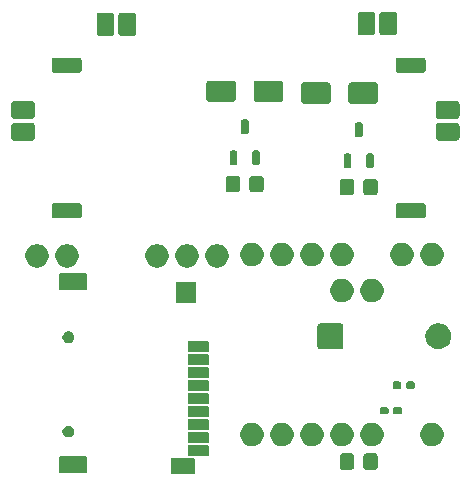
<source format=gbs>
G04 #@! TF.GenerationSoftware,KiCad,Pcbnew,9.0.5*
G04 #@! TF.CreationDate,2025-12-02T21:41:35+01:00*
G04 #@! TF.ProjectId,ToyBoard,546f7942-6f61-4726-942e-6b696361645f,rev?*
G04 #@! TF.SameCoordinates,Original*
G04 #@! TF.FileFunction,Soldermask,Bot*
G04 #@! TF.FilePolarity,Negative*
%FSLAX46Y46*%
G04 Gerber Fmt 4.6, Leading zero omitted, Abs format (unit mm)*
G04 Created by KiCad (PCBNEW 9.0.5) date 2025-12-02 21:41:35*
%MOMM*%
%LPD*%
G01*
G04 APERTURE LIST*
G04 APERTURE END LIST*
G36*
X133374634Y-131893764D02*
G01*
X133407725Y-131915875D01*
X133429836Y-131948966D01*
X133437600Y-131988000D01*
X133437600Y-133188000D01*
X133429836Y-133227034D01*
X133407725Y-133260125D01*
X133374634Y-133282236D01*
X133335600Y-133290000D01*
X131535600Y-133290000D01*
X131496566Y-133282236D01*
X131463475Y-133260125D01*
X131441364Y-133227034D01*
X131433600Y-133188000D01*
X131433600Y-131988000D01*
X131441364Y-131948966D01*
X131463475Y-131915875D01*
X131496566Y-131893764D01*
X131535600Y-131886000D01*
X133335600Y-131886000D01*
X133374634Y-131893764D01*
G37*
G36*
X124273034Y-131769764D02*
G01*
X124306125Y-131791875D01*
X124328236Y-131824966D01*
X124336000Y-131864000D01*
X124336000Y-133064000D01*
X124328236Y-133103034D01*
X124306125Y-133136125D01*
X124273034Y-133158236D01*
X124234000Y-133166000D01*
X122034000Y-133166000D01*
X121994966Y-133158236D01*
X121961875Y-133136125D01*
X121939764Y-133103034D01*
X121932000Y-133064000D01*
X121932000Y-131864000D01*
X121939764Y-131824966D01*
X121961875Y-131791875D01*
X121994966Y-131769764D01*
X122034000Y-131762000D01*
X124234000Y-131762000D01*
X124273034Y-131769764D01*
G37*
G36*
X146679850Y-131500964D02*
G01*
X146730040Y-131506787D01*
X146747189Y-131514359D01*
X146770671Y-131519030D01*
X146795810Y-131535827D01*
X146815696Y-131544608D01*
X146829277Y-131558189D01*
X146851777Y-131573223D01*
X146866810Y-131595722D01*
X146880391Y-131609303D01*
X146889170Y-131629186D01*
X146905970Y-131654329D01*
X146910641Y-131677812D01*
X146918212Y-131694959D01*
X146924033Y-131745139D01*
X146925000Y-131750000D01*
X146925000Y-132650000D01*
X146924032Y-132654863D01*
X146918212Y-132705040D01*
X146910641Y-132722185D01*
X146905970Y-132745671D01*
X146889169Y-132770815D01*
X146880391Y-132790696D01*
X146866812Y-132804274D01*
X146851777Y-132826777D01*
X146829274Y-132841812D01*
X146815696Y-132855391D01*
X146795815Y-132864169D01*
X146770671Y-132880970D01*
X146747185Y-132885641D01*
X146730040Y-132893212D01*
X146679861Y-132899032D01*
X146675000Y-132900000D01*
X145975000Y-132900000D01*
X145970138Y-132899032D01*
X145919959Y-132893212D01*
X145902812Y-132885641D01*
X145879329Y-132880970D01*
X145854186Y-132864170D01*
X145834303Y-132855391D01*
X145820722Y-132841810D01*
X145798223Y-132826777D01*
X145783189Y-132804277D01*
X145769608Y-132790696D01*
X145760827Y-132770810D01*
X145744030Y-132745671D01*
X145739359Y-132722189D01*
X145731787Y-132705040D01*
X145725964Y-132654849D01*
X145725000Y-132650000D01*
X145725000Y-131750000D01*
X145725964Y-131745150D01*
X145731787Y-131694959D01*
X145739359Y-131677808D01*
X145744030Y-131654329D01*
X145760826Y-131629191D01*
X145769608Y-131609303D01*
X145783191Y-131595719D01*
X145798223Y-131573223D01*
X145820719Y-131558191D01*
X145834303Y-131544608D01*
X145854191Y-131535826D01*
X145879329Y-131519030D01*
X145902808Y-131514359D01*
X145919959Y-131506787D01*
X145970151Y-131500964D01*
X145975000Y-131500000D01*
X146675000Y-131500000D01*
X146679850Y-131500964D01*
G37*
G36*
X148679850Y-131500964D02*
G01*
X148730040Y-131506787D01*
X148747189Y-131514359D01*
X148770671Y-131519030D01*
X148795810Y-131535827D01*
X148815696Y-131544608D01*
X148829277Y-131558189D01*
X148851777Y-131573223D01*
X148866810Y-131595722D01*
X148880391Y-131609303D01*
X148889170Y-131629186D01*
X148905970Y-131654329D01*
X148910641Y-131677812D01*
X148918212Y-131694959D01*
X148924033Y-131745139D01*
X148925000Y-131750000D01*
X148925000Y-132650000D01*
X148924032Y-132654863D01*
X148918212Y-132705040D01*
X148910641Y-132722185D01*
X148905970Y-132745671D01*
X148889169Y-132770815D01*
X148880391Y-132790696D01*
X148866812Y-132804274D01*
X148851777Y-132826777D01*
X148829274Y-132841812D01*
X148815696Y-132855391D01*
X148795815Y-132864169D01*
X148770671Y-132880970D01*
X148747185Y-132885641D01*
X148730040Y-132893212D01*
X148679861Y-132899032D01*
X148675000Y-132900000D01*
X147975000Y-132900000D01*
X147970138Y-132899032D01*
X147919959Y-132893212D01*
X147902812Y-132885641D01*
X147879329Y-132880970D01*
X147854186Y-132864170D01*
X147834303Y-132855391D01*
X147820722Y-132841810D01*
X147798223Y-132826777D01*
X147783189Y-132804277D01*
X147769608Y-132790696D01*
X147760827Y-132770810D01*
X147744030Y-132745671D01*
X147739359Y-132722189D01*
X147731787Y-132705040D01*
X147725964Y-132654849D01*
X147725000Y-132650000D01*
X147725000Y-131750000D01*
X147725964Y-131745150D01*
X147731787Y-131694959D01*
X147739359Y-131677808D01*
X147744030Y-131654329D01*
X147760826Y-131629191D01*
X147769608Y-131609303D01*
X147783191Y-131595719D01*
X147798223Y-131573223D01*
X147820719Y-131558191D01*
X147834303Y-131544608D01*
X147854191Y-131535826D01*
X147879329Y-131519030D01*
X147902808Y-131514359D01*
X147919959Y-131506787D01*
X147970151Y-131500964D01*
X147975000Y-131500000D01*
X148675000Y-131500000D01*
X148679850Y-131500964D01*
G37*
G36*
X134573034Y-130819764D02*
G01*
X134606125Y-130841875D01*
X134628236Y-130874966D01*
X134636000Y-130914000D01*
X134636000Y-131614000D01*
X134628236Y-131653034D01*
X134606125Y-131686125D01*
X134573034Y-131708236D01*
X134534000Y-131716000D01*
X132934000Y-131716000D01*
X132894966Y-131708236D01*
X132861875Y-131686125D01*
X132839764Y-131653034D01*
X132832000Y-131614000D01*
X132832000Y-130914000D01*
X132839764Y-130874966D01*
X132861875Y-130841875D01*
X132894966Y-130819764D01*
X132934000Y-130812000D01*
X134534000Y-130812000D01*
X134573034Y-130819764D01*
G37*
G36*
X138570285Y-128963060D02*
G01*
X138751397Y-129038079D01*
X138914393Y-129146990D01*
X139053010Y-129285607D01*
X139161921Y-129448603D01*
X139236940Y-129629715D01*
X139275185Y-129821983D01*
X139275185Y-130018017D01*
X139236940Y-130210285D01*
X139161921Y-130391397D01*
X139053010Y-130554393D01*
X138914393Y-130693010D01*
X138751397Y-130801921D01*
X138570285Y-130876940D01*
X138378017Y-130915185D01*
X138181983Y-130915185D01*
X137989715Y-130876940D01*
X137808603Y-130801921D01*
X137645607Y-130693010D01*
X137506990Y-130554393D01*
X137398079Y-130391397D01*
X137323060Y-130210285D01*
X137284815Y-130018017D01*
X137284815Y-129821983D01*
X137323060Y-129629715D01*
X137398079Y-129448603D01*
X137506990Y-129285607D01*
X137645607Y-129146990D01*
X137808603Y-129038079D01*
X137989715Y-128963060D01*
X138181983Y-128924815D01*
X138378017Y-128924815D01*
X138570285Y-128963060D01*
G37*
G36*
X141110285Y-128963060D02*
G01*
X141291397Y-129038079D01*
X141454393Y-129146990D01*
X141593010Y-129285607D01*
X141701921Y-129448603D01*
X141776940Y-129629715D01*
X141815185Y-129821983D01*
X141815185Y-130018017D01*
X141776940Y-130210285D01*
X141701921Y-130391397D01*
X141593010Y-130554393D01*
X141454393Y-130693010D01*
X141291397Y-130801921D01*
X141110285Y-130876940D01*
X140918017Y-130915185D01*
X140721983Y-130915185D01*
X140529715Y-130876940D01*
X140348603Y-130801921D01*
X140185607Y-130693010D01*
X140046990Y-130554393D01*
X139938079Y-130391397D01*
X139863060Y-130210285D01*
X139824815Y-130018017D01*
X139824815Y-129821983D01*
X139863060Y-129629715D01*
X139938079Y-129448603D01*
X140046990Y-129285607D01*
X140185607Y-129146990D01*
X140348603Y-129038079D01*
X140529715Y-128963060D01*
X140721983Y-128924815D01*
X140918017Y-128924815D01*
X141110285Y-128963060D01*
G37*
G36*
X143650285Y-128963060D02*
G01*
X143831397Y-129038079D01*
X143994393Y-129146990D01*
X144133010Y-129285607D01*
X144241921Y-129448603D01*
X144316940Y-129629715D01*
X144355185Y-129821983D01*
X144355185Y-130018017D01*
X144316940Y-130210285D01*
X144241921Y-130391397D01*
X144133010Y-130554393D01*
X143994393Y-130693010D01*
X143831397Y-130801921D01*
X143650285Y-130876940D01*
X143458017Y-130915185D01*
X143261983Y-130915185D01*
X143069715Y-130876940D01*
X142888603Y-130801921D01*
X142725607Y-130693010D01*
X142586990Y-130554393D01*
X142478079Y-130391397D01*
X142403060Y-130210285D01*
X142364815Y-130018017D01*
X142364815Y-129821983D01*
X142403060Y-129629715D01*
X142478079Y-129448603D01*
X142586990Y-129285607D01*
X142725607Y-129146990D01*
X142888603Y-129038079D01*
X143069715Y-128963060D01*
X143261983Y-128924815D01*
X143458017Y-128924815D01*
X143650285Y-128963060D01*
G37*
G36*
X146190285Y-128963060D02*
G01*
X146371397Y-129038079D01*
X146534393Y-129146990D01*
X146673010Y-129285607D01*
X146781921Y-129448603D01*
X146856940Y-129629715D01*
X146895185Y-129821983D01*
X146895185Y-130018017D01*
X146856940Y-130210285D01*
X146781921Y-130391397D01*
X146673010Y-130554393D01*
X146534393Y-130693010D01*
X146371397Y-130801921D01*
X146190285Y-130876940D01*
X145998017Y-130915185D01*
X145801983Y-130915185D01*
X145609715Y-130876940D01*
X145428603Y-130801921D01*
X145265607Y-130693010D01*
X145126990Y-130554393D01*
X145018079Y-130391397D01*
X144943060Y-130210285D01*
X144904815Y-130018017D01*
X144904815Y-129821983D01*
X144943060Y-129629715D01*
X145018079Y-129448603D01*
X145126990Y-129285607D01*
X145265607Y-129146990D01*
X145428603Y-129038079D01*
X145609715Y-128963060D01*
X145801983Y-128924815D01*
X145998017Y-128924815D01*
X146190285Y-128963060D01*
G37*
G36*
X148730285Y-128963060D02*
G01*
X148911397Y-129038079D01*
X149074393Y-129146990D01*
X149213010Y-129285607D01*
X149321921Y-129448603D01*
X149396940Y-129629715D01*
X149435185Y-129821983D01*
X149435185Y-130018017D01*
X149396940Y-130210285D01*
X149321921Y-130391397D01*
X149213010Y-130554393D01*
X149074393Y-130693010D01*
X148911397Y-130801921D01*
X148730285Y-130876940D01*
X148538017Y-130915185D01*
X148341983Y-130915185D01*
X148149715Y-130876940D01*
X147968603Y-130801921D01*
X147805607Y-130693010D01*
X147666990Y-130554393D01*
X147558079Y-130391397D01*
X147483060Y-130210285D01*
X147444815Y-130018017D01*
X147444815Y-129821983D01*
X147483060Y-129629715D01*
X147558079Y-129448603D01*
X147666990Y-129285607D01*
X147805607Y-129146990D01*
X147968603Y-129038079D01*
X148149715Y-128963060D01*
X148341983Y-128924815D01*
X148538017Y-128924815D01*
X148730285Y-128963060D01*
G37*
G36*
X153810285Y-128963060D02*
G01*
X153991397Y-129038079D01*
X154154393Y-129146990D01*
X154293010Y-129285607D01*
X154401921Y-129448603D01*
X154476940Y-129629715D01*
X154515185Y-129821983D01*
X154515185Y-130018017D01*
X154476940Y-130210285D01*
X154401921Y-130391397D01*
X154293010Y-130554393D01*
X154154393Y-130693010D01*
X153991397Y-130801921D01*
X153810285Y-130876940D01*
X153618017Y-130915185D01*
X153421983Y-130915185D01*
X153229715Y-130876940D01*
X153048603Y-130801921D01*
X152885607Y-130693010D01*
X152746990Y-130554393D01*
X152638079Y-130391397D01*
X152563060Y-130210285D01*
X152524815Y-130018017D01*
X152524815Y-129821983D01*
X152563060Y-129629715D01*
X152638079Y-129448603D01*
X152746990Y-129285607D01*
X152885607Y-129146990D01*
X153048603Y-129038079D01*
X153229715Y-128963060D01*
X153421983Y-128924815D01*
X153618017Y-128924815D01*
X153810285Y-128963060D01*
G37*
G36*
X134573034Y-129719764D02*
G01*
X134606125Y-129741875D01*
X134628236Y-129774966D01*
X134636000Y-129814000D01*
X134636000Y-130514000D01*
X134628236Y-130553034D01*
X134606125Y-130586125D01*
X134573034Y-130608236D01*
X134534000Y-130616000D01*
X132934000Y-130616000D01*
X132894966Y-130608236D01*
X132861875Y-130586125D01*
X132839764Y-130553034D01*
X132832000Y-130514000D01*
X132832000Y-129814000D01*
X132839764Y-129774966D01*
X132861875Y-129741875D01*
X132894966Y-129719764D01*
X132934000Y-129712000D01*
X134534000Y-129712000D01*
X134573034Y-129719764D01*
G37*
G36*
X122925342Y-129202060D02*
G01*
X123038381Y-129267323D01*
X123130677Y-129359619D01*
X123195940Y-129472658D01*
X123229722Y-129598737D01*
X123229722Y-129729263D01*
X123195940Y-129855342D01*
X123130677Y-129968381D01*
X123038381Y-130060677D01*
X122925342Y-130125940D01*
X122799263Y-130159722D01*
X122668737Y-130159722D01*
X122542658Y-130125940D01*
X122429619Y-130060677D01*
X122337323Y-129968381D01*
X122272060Y-129855342D01*
X122238278Y-129729263D01*
X122238278Y-129598737D01*
X122272060Y-129472658D01*
X122337323Y-129359619D01*
X122429619Y-129267323D01*
X122542658Y-129202060D01*
X122668737Y-129168278D01*
X122799263Y-129168278D01*
X122925342Y-129202060D01*
G37*
G36*
X134573034Y-128619764D02*
G01*
X134606125Y-128641875D01*
X134628236Y-128674966D01*
X134636000Y-128714000D01*
X134636000Y-129414000D01*
X134628236Y-129453034D01*
X134606125Y-129486125D01*
X134573034Y-129508236D01*
X134534000Y-129516000D01*
X132934000Y-129516000D01*
X132894966Y-129508236D01*
X132861875Y-129486125D01*
X132839764Y-129453034D01*
X132832000Y-129414000D01*
X132832000Y-128714000D01*
X132839764Y-128674966D01*
X132861875Y-128641875D01*
X132894966Y-128619764D01*
X132934000Y-128612000D01*
X134534000Y-128612000D01*
X134573034Y-128619764D01*
G37*
G36*
X134573034Y-127519764D02*
G01*
X134606125Y-127541875D01*
X134628236Y-127574966D01*
X134636000Y-127614000D01*
X134636000Y-128314000D01*
X134628236Y-128353034D01*
X134606125Y-128386125D01*
X134573034Y-128408236D01*
X134534000Y-128416000D01*
X132934000Y-128416000D01*
X132894966Y-128408236D01*
X132861875Y-128386125D01*
X132839764Y-128353034D01*
X132832000Y-128314000D01*
X132832000Y-127614000D01*
X132839764Y-127574966D01*
X132861875Y-127541875D01*
X132894966Y-127519764D01*
X132934000Y-127512000D01*
X134534000Y-127512000D01*
X134573034Y-127519764D01*
G37*
G36*
X149754316Y-127601799D02*
G01*
X149804602Y-127635398D01*
X149838201Y-127685684D01*
X149850000Y-127745000D01*
X149850000Y-128055000D01*
X149838201Y-128114316D01*
X149804602Y-128164602D01*
X149754316Y-128198201D01*
X149695000Y-128210000D01*
X149270000Y-128210000D01*
X149210684Y-128198201D01*
X149160398Y-128164602D01*
X149126799Y-128114316D01*
X149115000Y-128055000D01*
X149115000Y-127745000D01*
X149126799Y-127685684D01*
X149160398Y-127635398D01*
X149210684Y-127601799D01*
X149270000Y-127590000D01*
X149695000Y-127590000D01*
X149754316Y-127601799D01*
G37*
G36*
X150889316Y-127601799D02*
G01*
X150939602Y-127635398D01*
X150973201Y-127685684D01*
X150985000Y-127745000D01*
X150985000Y-128055000D01*
X150973201Y-128114316D01*
X150939602Y-128164602D01*
X150889316Y-128198201D01*
X150830000Y-128210000D01*
X150405000Y-128210000D01*
X150345684Y-128198201D01*
X150295398Y-128164602D01*
X150261799Y-128114316D01*
X150250000Y-128055000D01*
X150250000Y-127745000D01*
X150261799Y-127685684D01*
X150295398Y-127635398D01*
X150345684Y-127601799D01*
X150405000Y-127590000D01*
X150830000Y-127590000D01*
X150889316Y-127601799D01*
G37*
G36*
X134573034Y-126419764D02*
G01*
X134606125Y-126441875D01*
X134628236Y-126474966D01*
X134636000Y-126514000D01*
X134636000Y-127214000D01*
X134628236Y-127253034D01*
X134606125Y-127286125D01*
X134573034Y-127308236D01*
X134534000Y-127316000D01*
X132934000Y-127316000D01*
X132894966Y-127308236D01*
X132861875Y-127286125D01*
X132839764Y-127253034D01*
X132832000Y-127214000D01*
X132832000Y-126514000D01*
X132839764Y-126474966D01*
X132861875Y-126441875D01*
X132894966Y-126419764D01*
X132934000Y-126412000D01*
X134534000Y-126412000D01*
X134573034Y-126419764D01*
G37*
G36*
X134573034Y-125319764D02*
G01*
X134606125Y-125341875D01*
X134628236Y-125374966D01*
X134636000Y-125414000D01*
X134636000Y-126114000D01*
X134628236Y-126153034D01*
X134606125Y-126186125D01*
X134573034Y-126208236D01*
X134534000Y-126216000D01*
X132934000Y-126216000D01*
X132894966Y-126208236D01*
X132861875Y-126186125D01*
X132839764Y-126153034D01*
X132832000Y-126114000D01*
X132832000Y-125414000D01*
X132839764Y-125374966D01*
X132861875Y-125341875D01*
X132894966Y-125319764D01*
X132934000Y-125312000D01*
X134534000Y-125312000D01*
X134573034Y-125319764D01*
G37*
G36*
X150834316Y-125431799D02*
G01*
X150884602Y-125465398D01*
X150918201Y-125515684D01*
X150930000Y-125575000D01*
X150930000Y-125885000D01*
X150918201Y-125944316D01*
X150884602Y-125994602D01*
X150834316Y-126028201D01*
X150775000Y-126040000D01*
X150350000Y-126040000D01*
X150290684Y-126028201D01*
X150240398Y-125994602D01*
X150206799Y-125944316D01*
X150195000Y-125885000D01*
X150195000Y-125575000D01*
X150206799Y-125515684D01*
X150240398Y-125465398D01*
X150290684Y-125431799D01*
X150350000Y-125420000D01*
X150775000Y-125420000D01*
X150834316Y-125431799D01*
G37*
G36*
X151969316Y-125431799D02*
G01*
X152019602Y-125465398D01*
X152053201Y-125515684D01*
X152065000Y-125575000D01*
X152065000Y-125885000D01*
X152053201Y-125944316D01*
X152019602Y-125994602D01*
X151969316Y-126028201D01*
X151910000Y-126040000D01*
X151485000Y-126040000D01*
X151425684Y-126028201D01*
X151375398Y-125994602D01*
X151341799Y-125944316D01*
X151330000Y-125885000D01*
X151330000Y-125575000D01*
X151341799Y-125515684D01*
X151375398Y-125465398D01*
X151425684Y-125431799D01*
X151485000Y-125420000D01*
X151910000Y-125420000D01*
X151969316Y-125431799D01*
G37*
G36*
X134573034Y-124219764D02*
G01*
X134606125Y-124241875D01*
X134628236Y-124274966D01*
X134636000Y-124314000D01*
X134636000Y-125014000D01*
X134628236Y-125053034D01*
X134606125Y-125086125D01*
X134573034Y-125108236D01*
X134534000Y-125116000D01*
X132934000Y-125116000D01*
X132894966Y-125108236D01*
X132861875Y-125086125D01*
X132839764Y-125053034D01*
X132832000Y-125014000D01*
X132832000Y-124314000D01*
X132839764Y-124274966D01*
X132861875Y-124241875D01*
X132894966Y-124219764D01*
X132934000Y-124212000D01*
X134534000Y-124212000D01*
X134573034Y-124219764D01*
G37*
G36*
X134573034Y-123119764D02*
G01*
X134606125Y-123141875D01*
X134628236Y-123174966D01*
X134636000Y-123214000D01*
X134636000Y-123914000D01*
X134628236Y-123953034D01*
X134606125Y-123986125D01*
X134573034Y-124008236D01*
X134534000Y-124016000D01*
X132934000Y-124016000D01*
X132894966Y-124008236D01*
X132861875Y-123986125D01*
X132839764Y-123953034D01*
X132832000Y-123914000D01*
X132832000Y-123214000D01*
X132839764Y-123174966D01*
X132861875Y-123141875D01*
X132894966Y-123119764D01*
X132934000Y-123112000D01*
X134534000Y-123112000D01*
X134573034Y-123119764D01*
G37*
G36*
X134573034Y-122019764D02*
G01*
X134606125Y-122041875D01*
X134628236Y-122074966D01*
X134636000Y-122114000D01*
X134636000Y-122814000D01*
X134628236Y-122853034D01*
X134606125Y-122886125D01*
X134573034Y-122908236D01*
X134534000Y-122916000D01*
X132934000Y-122916000D01*
X132894966Y-122908236D01*
X132861875Y-122886125D01*
X132839764Y-122853034D01*
X132832000Y-122814000D01*
X132832000Y-122114000D01*
X132839764Y-122074966D01*
X132861875Y-122041875D01*
X132894966Y-122019764D01*
X132934000Y-122012000D01*
X134534000Y-122012000D01*
X134573034Y-122019764D01*
G37*
G36*
X145782850Y-120500964D02*
G01*
X145833041Y-120506787D01*
X145850191Y-120514359D01*
X145873671Y-120519030D01*
X145898806Y-120535825D01*
X145918696Y-120544607D01*
X145932280Y-120558191D01*
X145954777Y-120573223D01*
X145969808Y-120595719D01*
X145983392Y-120609303D01*
X145992173Y-120629190D01*
X146008970Y-120654329D01*
X146013640Y-120677809D01*
X146021212Y-120694958D01*
X146027036Y-120745161D01*
X146027999Y-120750000D01*
X146027999Y-120753456D01*
X146028000Y-120753465D01*
X146028000Y-121686291D01*
X146028000Y-122450001D01*
X146027034Y-122454853D01*
X146021212Y-122505041D01*
X146013641Y-122522187D01*
X146008970Y-122545671D01*
X145992171Y-122570811D01*
X145983392Y-122590696D01*
X145969810Y-122604277D01*
X145954777Y-122626777D01*
X145932277Y-122641810D01*
X145918696Y-122655392D01*
X145898811Y-122664171D01*
X145873671Y-122680970D01*
X145850188Y-122685640D01*
X145833041Y-122693212D01*
X145782838Y-122699036D01*
X145778000Y-122699999D01*
X145774543Y-122699999D01*
X145774535Y-122700000D01*
X144081465Y-122700000D01*
X144081464Y-122699999D01*
X144077999Y-122700000D01*
X144073147Y-122699035D01*
X144022958Y-122693212D01*
X144005810Y-122685640D01*
X143982329Y-122680970D01*
X143957190Y-122664173D01*
X143937303Y-122655392D01*
X143923719Y-122641808D01*
X143901223Y-122626777D01*
X143886191Y-122604280D01*
X143872607Y-122590696D01*
X143863825Y-122570806D01*
X143847030Y-122545671D01*
X143842360Y-122522192D01*
X143834787Y-122505041D01*
X143828963Y-122454838D01*
X143828001Y-122450000D01*
X143828000Y-122446542D01*
X143828000Y-122446534D01*
X143828000Y-120753465D01*
X143828000Y-120753464D01*
X143828000Y-120749999D01*
X143828964Y-120745149D01*
X143834787Y-120694958D01*
X143842359Y-120677806D01*
X143847030Y-120654329D01*
X143863823Y-120629194D01*
X143872607Y-120609303D01*
X143886193Y-120595716D01*
X143901223Y-120573223D01*
X143923716Y-120558193D01*
X143937303Y-120544607D01*
X143957194Y-120535823D01*
X143982329Y-120519030D01*
X144005805Y-120514360D01*
X144022958Y-120506787D01*
X144073163Y-120500963D01*
X144078000Y-120500001D01*
X144081456Y-120500000D01*
X144081465Y-120500000D01*
X145774535Y-120500000D01*
X145778001Y-120500000D01*
X145782850Y-120500964D01*
G37*
G36*
X154328790Y-120530393D02*
G01*
X154492952Y-120583733D01*
X154646748Y-120662096D01*
X154786393Y-120763553D01*
X154908447Y-120885607D01*
X155009904Y-121025252D01*
X155088267Y-121179048D01*
X155141607Y-121343210D01*
X155168609Y-121513695D01*
X155168609Y-121686305D01*
X155141607Y-121856790D01*
X155088267Y-122020952D01*
X155009904Y-122174748D01*
X154908447Y-122314393D01*
X154786393Y-122436447D01*
X154646748Y-122537904D01*
X154492952Y-122616267D01*
X154328790Y-122669607D01*
X154158305Y-122696609D01*
X153985695Y-122696609D01*
X153815210Y-122669607D01*
X153651048Y-122616267D01*
X153497252Y-122537904D01*
X153357607Y-122436447D01*
X153235553Y-122314393D01*
X153134096Y-122174748D01*
X153055733Y-122020952D01*
X153002393Y-121856790D01*
X152975391Y-121686305D01*
X152975391Y-121513695D01*
X153002393Y-121343210D01*
X153055733Y-121179048D01*
X153134096Y-121025252D01*
X153235553Y-120885607D01*
X153357607Y-120763553D01*
X153497252Y-120662096D01*
X153651048Y-120583733D01*
X153815210Y-120530393D01*
X153985695Y-120503391D01*
X154158305Y-120503391D01*
X154328790Y-120530393D01*
G37*
G36*
X122925342Y-121202060D02*
G01*
X123038381Y-121267323D01*
X123130677Y-121359619D01*
X123195940Y-121472658D01*
X123229722Y-121598737D01*
X123229722Y-121729263D01*
X123195940Y-121855342D01*
X123130677Y-121968381D01*
X123038381Y-122060677D01*
X122925342Y-122125940D01*
X122799263Y-122159722D01*
X122668737Y-122159722D01*
X122542658Y-122125940D01*
X122429619Y-122060677D01*
X122337323Y-121968381D01*
X122272060Y-121855342D01*
X122238278Y-121729263D01*
X122238278Y-121598737D01*
X122272060Y-121472658D01*
X122337323Y-121359619D01*
X122429619Y-121267323D01*
X122542658Y-121202060D01*
X122668737Y-121168278D01*
X122799263Y-121168278D01*
X122925342Y-121202060D01*
G37*
G36*
X133473034Y-116969764D02*
G01*
X133506125Y-116991875D01*
X133528236Y-117024966D01*
X133536000Y-117064000D01*
X133536000Y-118664000D01*
X133528236Y-118703034D01*
X133506125Y-118736125D01*
X133473034Y-118758236D01*
X133434000Y-118766000D01*
X131934000Y-118766000D01*
X131894966Y-118758236D01*
X131861875Y-118736125D01*
X131839764Y-118703034D01*
X131832000Y-118664000D01*
X131832000Y-117064000D01*
X131839764Y-117024966D01*
X131861875Y-116991875D01*
X131894966Y-116969764D01*
X131934000Y-116962000D01*
X133434000Y-116962000D01*
X133473034Y-116969764D01*
G37*
G36*
X146190285Y-116771060D02*
G01*
X146371397Y-116846079D01*
X146534393Y-116954990D01*
X146673010Y-117093607D01*
X146781921Y-117256603D01*
X146856940Y-117437715D01*
X146895185Y-117629983D01*
X146895185Y-117826017D01*
X146856940Y-118018285D01*
X146781921Y-118199397D01*
X146673010Y-118362393D01*
X146534393Y-118501010D01*
X146371397Y-118609921D01*
X146190285Y-118684940D01*
X145998017Y-118723185D01*
X145801983Y-118723185D01*
X145609715Y-118684940D01*
X145428603Y-118609921D01*
X145265607Y-118501010D01*
X145126990Y-118362393D01*
X145018079Y-118199397D01*
X144943060Y-118018285D01*
X144904815Y-117826017D01*
X144904815Y-117629983D01*
X144943060Y-117437715D01*
X145018079Y-117256603D01*
X145126990Y-117093607D01*
X145265607Y-116954990D01*
X145428603Y-116846079D01*
X145609715Y-116771060D01*
X145801983Y-116732815D01*
X145998017Y-116732815D01*
X146190285Y-116771060D01*
G37*
G36*
X148730285Y-116771060D02*
G01*
X148911397Y-116846079D01*
X149074393Y-116954990D01*
X149213010Y-117093607D01*
X149321921Y-117256603D01*
X149396940Y-117437715D01*
X149435185Y-117629983D01*
X149435185Y-117826017D01*
X149396940Y-118018285D01*
X149321921Y-118199397D01*
X149213010Y-118362393D01*
X149074393Y-118501010D01*
X148911397Y-118609921D01*
X148730285Y-118684940D01*
X148538017Y-118723185D01*
X148341983Y-118723185D01*
X148149715Y-118684940D01*
X147968603Y-118609921D01*
X147805607Y-118501010D01*
X147666990Y-118362393D01*
X147558079Y-118199397D01*
X147483060Y-118018285D01*
X147444815Y-117826017D01*
X147444815Y-117629983D01*
X147483060Y-117437715D01*
X147558079Y-117256603D01*
X147666990Y-117093607D01*
X147805607Y-116954990D01*
X147968603Y-116846079D01*
X148149715Y-116771060D01*
X148341983Y-116732815D01*
X148538017Y-116732815D01*
X148730285Y-116771060D01*
G37*
G36*
X124273034Y-116269764D02*
G01*
X124306125Y-116291875D01*
X124328236Y-116324966D01*
X124336000Y-116364000D01*
X124336000Y-117564000D01*
X124328236Y-117603034D01*
X124306125Y-117636125D01*
X124273034Y-117658236D01*
X124234000Y-117666000D01*
X122034000Y-117666000D01*
X121994966Y-117658236D01*
X121961875Y-117636125D01*
X121939764Y-117603034D01*
X121932000Y-117564000D01*
X121932000Y-116364000D01*
X121939764Y-116324966D01*
X121961875Y-116291875D01*
X121994966Y-116269764D01*
X122034000Y-116262000D01*
X124234000Y-116262000D01*
X124273034Y-116269764D01*
G37*
G36*
X120370285Y-113823060D02*
G01*
X120551397Y-113898079D01*
X120714393Y-114006990D01*
X120853010Y-114145607D01*
X120961921Y-114308603D01*
X121036940Y-114489715D01*
X121075185Y-114681983D01*
X121075185Y-114878017D01*
X121036940Y-115070285D01*
X120961921Y-115251397D01*
X120853010Y-115414393D01*
X120714393Y-115553010D01*
X120551397Y-115661921D01*
X120370285Y-115736940D01*
X120178017Y-115775185D01*
X119981983Y-115775185D01*
X119789715Y-115736940D01*
X119608603Y-115661921D01*
X119445607Y-115553010D01*
X119306990Y-115414393D01*
X119198079Y-115251397D01*
X119123060Y-115070285D01*
X119084815Y-114878017D01*
X119084815Y-114681983D01*
X119123060Y-114489715D01*
X119198079Y-114308603D01*
X119306990Y-114145607D01*
X119445607Y-114006990D01*
X119608603Y-113898079D01*
X119789715Y-113823060D01*
X119981983Y-113784815D01*
X120178017Y-113784815D01*
X120370285Y-113823060D01*
G37*
G36*
X122910285Y-113823060D02*
G01*
X123091397Y-113898079D01*
X123254393Y-114006990D01*
X123393010Y-114145607D01*
X123501921Y-114308603D01*
X123576940Y-114489715D01*
X123615185Y-114681983D01*
X123615185Y-114878017D01*
X123576940Y-115070285D01*
X123501921Y-115251397D01*
X123393010Y-115414393D01*
X123254393Y-115553010D01*
X123091397Y-115661921D01*
X122910285Y-115736940D01*
X122718017Y-115775185D01*
X122521983Y-115775185D01*
X122329715Y-115736940D01*
X122148603Y-115661921D01*
X121985607Y-115553010D01*
X121846990Y-115414393D01*
X121738079Y-115251397D01*
X121663060Y-115070285D01*
X121624815Y-114878017D01*
X121624815Y-114681983D01*
X121663060Y-114489715D01*
X121738079Y-114308603D01*
X121846990Y-114145607D01*
X121985607Y-114006990D01*
X122148603Y-113898079D01*
X122329715Y-113823060D01*
X122521983Y-113784815D01*
X122718017Y-113784815D01*
X122910285Y-113823060D01*
G37*
G36*
X130530285Y-113823060D02*
G01*
X130711397Y-113898079D01*
X130874393Y-114006990D01*
X131013010Y-114145607D01*
X131121921Y-114308603D01*
X131196940Y-114489715D01*
X131235185Y-114681983D01*
X131235185Y-114878017D01*
X131196940Y-115070285D01*
X131121921Y-115251397D01*
X131013010Y-115414393D01*
X130874393Y-115553010D01*
X130711397Y-115661921D01*
X130530285Y-115736940D01*
X130338017Y-115775185D01*
X130141983Y-115775185D01*
X129949715Y-115736940D01*
X129768603Y-115661921D01*
X129605607Y-115553010D01*
X129466990Y-115414393D01*
X129358079Y-115251397D01*
X129283060Y-115070285D01*
X129244815Y-114878017D01*
X129244815Y-114681983D01*
X129283060Y-114489715D01*
X129358079Y-114308603D01*
X129466990Y-114145607D01*
X129605607Y-114006990D01*
X129768603Y-113898079D01*
X129949715Y-113823060D01*
X130141983Y-113784815D01*
X130338017Y-113784815D01*
X130530285Y-113823060D01*
G37*
G36*
X133070285Y-113823060D02*
G01*
X133251397Y-113898079D01*
X133414393Y-114006990D01*
X133553010Y-114145607D01*
X133661921Y-114308603D01*
X133736940Y-114489715D01*
X133775185Y-114681983D01*
X133775185Y-114878017D01*
X133736940Y-115070285D01*
X133661921Y-115251397D01*
X133553010Y-115414393D01*
X133414393Y-115553010D01*
X133251397Y-115661921D01*
X133070285Y-115736940D01*
X132878017Y-115775185D01*
X132681983Y-115775185D01*
X132489715Y-115736940D01*
X132308603Y-115661921D01*
X132145607Y-115553010D01*
X132006990Y-115414393D01*
X131898079Y-115251397D01*
X131823060Y-115070285D01*
X131784815Y-114878017D01*
X131784815Y-114681983D01*
X131823060Y-114489715D01*
X131898079Y-114308603D01*
X132006990Y-114145607D01*
X132145607Y-114006990D01*
X132308603Y-113898079D01*
X132489715Y-113823060D01*
X132681983Y-113784815D01*
X132878017Y-113784815D01*
X133070285Y-113823060D01*
G37*
G36*
X135610285Y-113823060D02*
G01*
X135791397Y-113898079D01*
X135954393Y-114006990D01*
X136093010Y-114145607D01*
X136201921Y-114308603D01*
X136276940Y-114489715D01*
X136315185Y-114681983D01*
X136315185Y-114878017D01*
X136276940Y-115070285D01*
X136201921Y-115251397D01*
X136093010Y-115414393D01*
X135954393Y-115553010D01*
X135791397Y-115661921D01*
X135610285Y-115736940D01*
X135418017Y-115775185D01*
X135221983Y-115775185D01*
X135029715Y-115736940D01*
X134848603Y-115661921D01*
X134685607Y-115553010D01*
X134546990Y-115414393D01*
X134438079Y-115251397D01*
X134363060Y-115070285D01*
X134324815Y-114878017D01*
X134324815Y-114681983D01*
X134363060Y-114489715D01*
X134438079Y-114308603D01*
X134546990Y-114145607D01*
X134685607Y-114006990D01*
X134848603Y-113898079D01*
X135029715Y-113823060D01*
X135221983Y-113784815D01*
X135418017Y-113784815D01*
X135610285Y-113823060D01*
G37*
G36*
X138570285Y-113723060D02*
G01*
X138751397Y-113798079D01*
X138914393Y-113906990D01*
X139053010Y-114045607D01*
X139161921Y-114208603D01*
X139236940Y-114389715D01*
X139275185Y-114581983D01*
X139275185Y-114778017D01*
X139236940Y-114970285D01*
X139161921Y-115151397D01*
X139053010Y-115314393D01*
X138914393Y-115453010D01*
X138751397Y-115561921D01*
X138570285Y-115636940D01*
X138378017Y-115675185D01*
X138181983Y-115675185D01*
X137989715Y-115636940D01*
X137808603Y-115561921D01*
X137645607Y-115453010D01*
X137506990Y-115314393D01*
X137398079Y-115151397D01*
X137323060Y-114970285D01*
X137284815Y-114778017D01*
X137284815Y-114581983D01*
X137323060Y-114389715D01*
X137398079Y-114208603D01*
X137506990Y-114045607D01*
X137645607Y-113906990D01*
X137808603Y-113798079D01*
X137989715Y-113723060D01*
X138181983Y-113684815D01*
X138378017Y-113684815D01*
X138570285Y-113723060D01*
G37*
G36*
X141110285Y-113723060D02*
G01*
X141291397Y-113798079D01*
X141454393Y-113906990D01*
X141593010Y-114045607D01*
X141701921Y-114208603D01*
X141776940Y-114389715D01*
X141815185Y-114581983D01*
X141815185Y-114778017D01*
X141776940Y-114970285D01*
X141701921Y-115151397D01*
X141593010Y-115314393D01*
X141454393Y-115453010D01*
X141291397Y-115561921D01*
X141110285Y-115636940D01*
X140918017Y-115675185D01*
X140721983Y-115675185D01*
X140529715Y-115636940D01*
X140348603Y-115561921D01*
X140185607Y-115453010D01*
X140046990Y-115314393D01*
X139938079Y-115151397D01*
X139863060Y-114970285D01*
X139824815Y-114778017D01*
X139824815Y-114581983D01*
X139863060Y-114389715D01*
X139938079Y-114208603D01*
X140046990Y-114045607D01*
X140185607Y-113906990D01*
X140348603Y-113798079D01*
X140529715Y-113723060D01*
X140721983Y-113684815D01*
X140918017Y-113684815D01*
X141110285Y-113723060D01*
G37*
G36*
X143650285Y-113723060D02*
G01*
X143831397Y-113798079D01*
X143994393Y-113906990D01*
X144133010Y-114045607D01*
X144241921Y-114208603D01*
X144316940Y-114389715D01*
X144355185Y-114581983D01*
X144355185Y-114778017D01*
X144316940Y-114970285D01*
X144241921Y-115151397D01*
X144133010Y-115314393D01*
X143994393Y-115453010D01*
X143831397Y-115561921D01*
X143650285Y-115636940D01*
X143458017Y-115675185D01*
X143261983Y-115675185D01*
X143069715Y-115636940D01*
X142888603Y-115561921D01*
X142725607Y-115453010D01*
X142586990Y-115314393D01*
X142478079Y-115151397D01*
X142403060Y-114970285D01*
X142364815Y-114778017D01*
X142364815Y-114581983D01*
X142403060Y-114389715D01*
X142478079Y-114208603D01*
X142586990Y-114045607D01*
X142725607Y-113906990D01*
X142888603Y-113798079D01*
X143069715Y-113723060D01*
X143261983Y-113684815D01*
X143458017Y-113684815D01*
X143650285Y-113723060D01*
G37*
G36*
X146190285Y-113723060D02*
G01*
X146371397Y-113798079D01*
X146534393Y-113906990D01*
X146673010Y-114045607D01*
X146781921Y-114208603D01*
X146856940Y-114389715D01*
X146895185Y-114581983D01*
X146895185Y-114778017D01*
X146856940Y-114970285D01*
X146781921Y-115151397D01*
X146673010Y-115314393D01*
X146534393Y-115453010D01*
X146371397Y-115561921D01*
X146190285Y-115636940D01*
X145998017Y-115675185D01*
X145801983Y-115675185D01*
X145609715Y-115636940D01*
X145428603Y-115561921D01*
X145265607Y-115453010D01*
X145126990Y-115314393D01*
X145018079Y-115151397D01*
X144943060Y-114970285D01*
X144904815Y-114778017D01*
X144904815Y-114581983D01*
X144943060Y-114389715D01*
X145018079Y-114208603D01*
X145126990Y-114045607D01*
X145265607Y-113906990D01*
X145428603Y-113798079D01*
X145609715Y-113723060D01*
X145801983Y-113684815D01*
X145998017Y-113684815D01*
X146190285Y-113723060D01*
G37*
G36*
X151270285Y-113723060D02*
G01*
X151451397Y-113798079D01*
X151614393Y-113906990D01*
X151753010Y-114045607D01*
X151861921Y-114208603D01*
X151936940Y-114389715D01*
X151975185Y-114581983D01*
X151975185Y-114778017D01*
X151936940Y-114970285D01*
X151861921Y-115151397D01*
X151753010Y-115314393D01*
X151614393Y-115453010D01*
X151451397Y-115561921D01*
X151270285Y-115636940D01*
X151078017Y-115675185D01*
X150881983Y-115675185D01*
X150689715Y-115636940D01*
X150508603Y-115561921D01*
X150345607Y-115453010D01*
X150206990Y-115314393D01*
X150098079Y-115151397D01*
X150023060Y-114970285D01*
X149984815Y-114778017D01*
X149984815Y-114581983D01*
X150023060Y-114389715D01*
X150098079Y-114208603D01*
X150206990Y-114045607D01*
X150345607Y-113906990D01*
X150508603Y-113798079D01*
X150689715Y-113723060D01*
X150881983Y-113684815D01*
X151078017Y-113684815D01*
X151270285Y-113723060D01*
G37*
G36*
X153810285Y-113723060D02*
G01*
X153991397Y-113798079D01*
X154154393Y-113906990D01*
X154293010Y-114045607D01*
X154401921Y-114208603D01*
X154476940Y-114389715D01*
X154515185Y-114581983D01*
X154515185Y-114778017D01*
X154476940Y-114970285D01*
X154401921Y-115151397D01*
X154293010Y-115314393D01*
X154154393Y-115453010D01*
X153991397Y-115561921D01*
X153810285Y-115636940D01*
X153618017Y-115675185D01*
X153421983Y-115675185D01*
X153229715Y-115636940D01*
X153048603Y-115561921D01*
X152885607Y-115453010D01*
X152746990Y-115314393D01*
X152638079Y-115151397D01*
X152563060Y-114970285D01*
X152524815Y-114778017D01*
X152524815Y-114581983D01*
X152563060Y-114389715D01*
X152638079Y-114208603D01*
X152746990Y-114045607D01*
X152885607Y-113906990D01*
X153048603Y-113798079D01*
X153229715Y-113723060D01*
X153421983Y-113684815D01*
X153618017Y-113684815D01*
X153810285Y-113723060D01*
G37*
G36*
X123734401Y-110329501D02*
G01*
X123796204Y-110370796D01*
X123837499Y-110432599D01*
X123852000Y-110505500D01*
X123852000Y-111394500D01*
X123837499Y-111467401D01*
X123796204Y-111529204D01*
X123734401Y-111570499D01*
X123661500Y-111585000D01*
X121502500Y-111585000D01*
X121429599Y-111570499D01*
X121367796Y-111529204D01*
X121326501Y-111467401D01*
X121312000Y-111394500D01*
X121312000Y-110505500D01*
X121326501Y-110432599D01*
X121367796Y-110370796D01*
X121429599Y-110329501D01*
X121502500Y-110315000D01*
X123661500Y-110315000D01*
X123734401Y-110329501D01*
G37*
G36*
X152868201Y-110329501D02*
G01*
X152930004Y-110370796D01*
X152971299Y-110432599D01*
X152985800Y-110505500D01*
X152985800Y-111394500D01*
X152971299Y-111467401D01*
X152930004Y-111529204D01*
X152868201Y-111570499D01*
X152795300Y-111585000D01*
X150636300Y-111585000D01*
X150563399Y-111570499D01*
X150501596Y-111529204D01*
X150460301Y-111467401D01*
X150445800Y-111394500D01*
X150445800Y-110505500D01*
X150460301Y-110432599D01*
X150501596Y-110370796D01*
X150563399Y-110329501D01*
X150636300Y-110315000D01*
X152795300Y-110315000D01*
X152868201Y-110329501D01*
G37*
G36*
X146674850Y-108266964D02*
G01*
X146725040Y-108272787D01*
X146742189Y-108280359D01*
X146765671Y-108285030D01*
X146790810Y-108301827D01*
X146810696Y-108310608D01*
X146824277Y-108324189D01*
X146846777Y-108339223D01*
X146861810Y-108361722D01*
X146875391Y-108375303D01*
X146884170Y-108395186D01*
X146900970Y-108420329D01*
X146905641Y-108443812D01*
X146913212Y-108460959D01*
X146919033Y-108511139D01*
X146920000Y-108516000D01*
X146920000Y-109416000D01*
X146919032Y-109420863D01*
X146913212Y-109471040D01*
X146905641Y-109488185D01*
X146900970Y-109511671D01*
X146884169Y-109536815D01*
X146875391Y-109556696D01*
X146861812Y-109570274D01*
X146846777Y-109592777D01*
X146824274Y-109607812D01*
X146810696Y-109621391D01*
X146790815Y-109630169D01*
X146765671Y-109646970D01*
X146742185Y-109651641D01*
X146725040Y-109659212D01*
X146674861Y-109665032D01*
X146670000Y-109666000D01*
X145970000Y-109666000D01*
X145965138Y-109665032D01*
X145914959Y-109659212D01*
X145897812Y-109651641D01*
X145874329Y-109646970D01*
X145849186Y-109630170D01*
X145829303Y-109621391D01*
X145815722Y-109607810D01*
X145793223Y-109592777D01*
X145778189Y-109570277D01*
X145764608Y-109556696D01*
X145755827Y-109536810D01*
X145739030Y-109511671D01*
X145734359Y-109488189D01*
X145726787Y-109471040D01*
X145720964Y-109420849D01*
X145720000Y-109416000D01*
X145720000Y-108516000D01*
X145720964Y-108511150D01*
X145726787Y-108460959D01*
X145734359Y-108443808D01*
X145739030Y-108420329D01*
X145755826Y-108395191D01*
X145764608Y-108375303D01*
X145778191Y-108361719D01*
X145793223Y-108339223D01*
X145815719Y-108324191D01*
X145829303Y-108310608D01*
X145849191Y-108301826D01*
X145874329Y-108285030D01*
X145897808Y-108280359D01*
X145914959Y-108272787D01*
X145965151Y-108266964D01*
X145970000Y-108266000D01*
X146670000Y-108266000D01*
X146674850Y-108266964D01*
G37*
G36*
X148674850Y-108266964D02*
G01*
X148725040Y-108272787D01*
X148742189Y-108280359D01*
X148765671Y-108285030D01*
X148790810Y-108301827D01*
X148810696Y-108310608D01*
X148824277Y-108324189D01*
X148846777Y-108339223D01*
X148861810Y-108361722D01*
X148875391Y-108375303D01*
X148884170Y-108395186D01*
X148900970Y-108420329D01*
X148905641Y-108443812D01*
X148913212Y-108460959D01*
X148919033Y-108511139D01*
X148920000Y-108516000D01*
X148920000Y-109416000D01*
X148919032Y-109420863D01*
X148913212Y-109471040D01*
X148905641Y-109488185D01*
X148900970Y-109511671D01*
X148884169Y-109536815D01*
X148875391Y-109556696D01*
X148861812Y-109570274D01*
X148846777Y-109592777D01*
X148824274Y-109607812D01*
X148810696Y-109621391D01*
X148790815Y-109630169D01*
X148765671Y-109646970D01*
X148742185Y-109651641D01*
X148725040Y-109659212D01*
X148674861Y-109665032D01*
X148670000Y-109666000D01*
X147970000Y-109666000D01*
X147965138Y-109665032D01*
X147914959Y-109659212D01*
X147897812Y-109651641D01*
X147874329Y-109646970D01*
X147849186Y-109630170D01*
X147829303Y-109621391D01*
X147815722Y-109607810D01*
X147793223Y-109592777D01*
X147778189Y-109570277D01*
X147764608Y-109556696D01*
X147755827Y-109536810D01*
X147739030Y-109511671D01*
X147734359Y-109488189D01*
X147726787Y-109471040D01*
X147720964Y-109420849D01*
X147720000Y-109416000D01*
X147720000Y-108516000D01*
X147720964Y-108511150D01*
X147726787Y-108460959D01*
X147734359Y-108443808D01*
X147739030Y-108420329D01*
X147755826Y-108395191D01*
X147764608Y-108375303D01*
X147778191Y-108361719D01*
X147793223Y-108339223D01*
X147815719Y-108324191D01*
X147829303Y-108310608D01*
X147849191Y-108301826D01*
X147874329Y-108285030D01*
X147897808Y-108280359D01*
X147914959Y-108272787D01*
X147965151Y-108266964D01*
X147970000Y-108266000D01*
X148670000Y-108266000D01*
X148674850Y-108266964D01*
G37*
G36*
X137022850Y-108012964D02*
G01*
X137073040Y-108018787D01*
X137090189Y-108026359D01*
X137113671Y-108031030D01*
X137138810Y-108047827D01*
X137158696Y-108056608D01*
X137172277Y-108070189D01*
X137194777Y-108085223D01*
X137209810Y-108107722D01*
X137223391Y-108121303D01*
X137232170Y-108141186D01*
X137248970Y-108166329D01*
X137253641Y-108189812D01*
X137261212Y-108206959D01*
X137267033Y-108257139D01*
X137268000Y-108262000D01*
X137268000Y-109162000D01*
X137267032Y-109166863D01*
X137261212Y-109217040D01*
X137253641Y-109234185D01*
X137248970Y-109257671D01*
X137232169Y-109282815D01*
X137223391Y-109302696D01*
X137209812Y-109316274D01*
X137194777Y-109338777D01*
X137172274Y-109353812D01*
X137158696Y-109367391D01*
X137138815Y-109376169D01*
X137113671Y-109392970D01*
X137090185Y-109397641D01*
X137073040Y-109405212D01*
X137022861Y-109411032D01*
X137018000Y-109412000D01*
X136318000Y-109412000D01*
X136313138Y-109411032D01*
X136262959Y-109405212D01*
X136245812Y-109397641D01*
X136222329Y-109392970D01*
X136197186Y-109376170D01*
X136177303Y-109367391D01*
X136163722Y-109353810D01*
X136141223Y-109338777D01*
X136126189Y-109316277D01*
X136112608Y-109302696D01*
X136103827Y-109282810D01*
X136087030Y-109257671D01*
X136082359Y-109234189D01*
X136074787Y-109217040D01*
X136068964Y-109166849D01*
X136068000Y-109162000D01*
X136068000Y-108262000D01*
X136068964Y-108257150D01*
X136074787Y-108206959D01*
X136082359Y-108189808D01*
X136087030Y-108166329D01*
X136103826Y-108141191D01*
X136112608Y-108121303D01*
X136126191Y-108107719D01*
X136141223Y-108085223D01*
X136163719Y-108070191D01*
X136177303Y-108056608D01*
X136197191Y-108047826D01*
X136222329Y-108031030D01*
X136245808Y-108026359D01*
X136262959Y-108018787D01*
X136313151Y-108012964D01*
X136318000Y-108012000D01*
X137018000Y-108012000D01*
X137022850Y-108012964D01*
G37*
G36*
X139022850Y-108012964D02*
G01*
X139073040Y-108018787D01*
X139090189Y-108026359D01*
X139113671Y-108031030D01*
X139138810Y-108047827D01*
X139158696Y-108056608D01*
X139172277Y-108070189D01*
X139194777Y-108085223D01*
X139209810Y-108107722D01*
X139223391Y-108121303D01*
X139232170Y-108141186D01*
X139248970Y-108166329D01*
X139253641Y-108189812D01*
X139261212Y-108206959D01*
X139267033Y-108257139D01*
X139268000Y-108262000D01*
X139268000Y-109162000D01*
X139267032Y-109166863D01*
X139261212Y-109217040D01*
X139253641Y-109234185D01*
X139248970Y-109257671D01*
X139232169Y-109282815D01*
X139223391Y-109302696D01*
X139209812Y-109316274D01*
X139194777Y-109338777D01*
X139172274Y-109353812D01*
X139158696Y-109367391D01*
X139138815Y-109376169D01*
X139113671Y-109392970D01*
X139090185Y-109397641D01*
X139073040Y-109405212D01*
X139022861Y-109411032D01*
X139018000Y-109412000D01*
X138318000Y-109412000D01*
X138313138Y-109411032D01*
X138262959Y-109405212D01*
X138245812Y-109397641D01*
X138222329Y-109392970D01*
X138197186Y-109376170D01*
X138177303Y-109367391D01*
X138163722Y-109353810D01*
X138141223Y-109338777D01*
X138126189Y-109316277D01*
X138112608Y-109302696D01*
X138103827Y-109282810D01*
X138087030Y-109257671D01*
X138082359Y-109234189D01*
X138074787Y-109217040D01*
X138068964Y-109166849D01*
X138068000Y-109162000D01*
X138068000Y-108262000D01*
X138068964Y-108257150D01*
X138074787Y-108206959D01*
X138082359Y-108189808D01*
X138087030Y-108166329D01*
X138103826Y-108141191D01*
X138112608Y-108121303D01*
X138126191Y-108107719D01*
X138141223Y-108085223D01*
X138163719Y-108070191D01*
X138177303Y-108056608D01*
X138197191Y-108047826D01*
X138222329Y-108031030D01*
X138245808Y-108026359D01*
X138262959Y-108018787D01*
X138313151Y-108012964D01*
X138318000Y-108012000D01*
X139018000Y-108012000D01*
X139022850Y-108012964D01*
G37*
G36*
X146594686Y-106122370D02*
G01*
X146647405Y-106157595D01*
X146682630Y-106210314D01*
X146695000Y-106272500D01*
X146695000Y-107167500D01*
X146682630Y-107229686D01*
X146647405Y-107282405D01*
X146594686Y-107317630D01*
X146532500Y-107330000D01*
X146207500Y-107330000D01*
X146145314Y-107317630D01*
X146092595Y-107282405D01*
X146057370Y-107229686D01*
X146045000Y-107167500D01*
X146045000Y-106272500D01*
X146057370Y-106210314D01*
X146092595Y-106157595D01*
X146145314Y-106122370D01*
X146207500Y-106110000D01*
X146532500Y-106110000D01*
X146594686Y-106122370D01*
G37*
G36*
X148494686Y-106122370D02*
G01*
X148547405Y-106157595D01*
X148582630Y-106210314D01*
X148595000Y-106272500D01*
X148595000Y-107167500D01*
X148582630Y-107229686D01*
X148547405Y-107282405D01*
X148494686Y-107317630D01*
X148432500Y-107330000D01*
X148107500Y-107330000D01*
X148045314Y-107317630D01*
X147992595Y-107282405D01*
X147957370Y-107229686D01*
X147945000Y-107167500D01*
X147945000Y-106272500D01*
X147957370Y-106210314D01*
X147992595Y-106157595D01*
X148045314Y-106122370D01*
X148107500Y-106110000D01*
X148432500Y-106110000D01*
X148494686Y-106122370D01*
G37*
G36*
X136942686Y-105868370D02*
G01*
X136995405Y-105903595D01*
X137030630Y-105956314D01*
X137043000Y-106018500D01*
X137043000Y-106913500D01*
X137030630Y-106975686D01*
X136995405Y-107028405D01*
X136942686Y-107063630D01*
X136880500Y-107076000D01*
X136555500Y-107076000D01*
X136493314Y-107063630D01*
X136440595Y-107028405D01*
X136405370Y-106975686D01*
X136393000Y-106913500D01*
X136393000Y-106018500D01*
X136405370Y-105956314D01*
X136440595Y-105903595D01*
X136493314Y-105868370D01*
X136555500Y-105856000D01*
X136880500Y-105856000D01*
X136942686Y-105868370D01*
G37*
G36*
X138842686Y-105868370D02*
G01*
X138895405Y-105903595D01*
X138930630Y-105956314D01*
X138943000Y-106018500D01*
X138943000Y-106913500D01*
X138930630Y-106975686D01*
X138895405Y-107028405D01*
X138842686Y-107063630D01*
X138780500Y-107076000D01*
X138455500Y-107076000D01*
X138393314Y-107063630D01*
X138340595Y-107028405D01*
X138305370Y-106975686D01*
X138293000Y-106913500D01*
X138293000Y-106018500D01*
X138305370Y-105956314D01*
X138340595Y-105903595D01*
X138393314Y-105868370D01*
X138455500Y-105856000D01*
X138780500Y-105856000D01*
X138842686Y-105868370D01*
G37*
G36*
X119655350Y-103525964D02*
G01*
X119705540Y-103531787D01*
X119722689Y-103539359D01*
X119746171Y-103544030D01*
X119771310Y-103560827D01*
X119791196Y-103569608D01*
X119804777Y-103583189D01*
X119827277Y-103598223D01*
X119842310Y-103620722D01*
X119855891Y-103634303D01*
X119864670Y-103654186D01*
X119881470Y-103679329D01*
X119886141Y-103702812D01*
X119893712Y-103719959D01*
X119899533Y-103770139D01*
X119900500Y-103775000D01*
X119900500Y-104775000D01*
X119899532Y-104779863D01*
X119893712Y-104830040D01*
X119886141Y-104847185D01*
X119881470Y-104870671D01*
X119864669Y-104895815D01*
X119855891Y-104915696D01*
X119842312Y-104929274D01*
X119827277Y-104951777D01*
X119804774Y-104966812D01*
X119791196Y-104980391D01*
X119771315Y-104989169D01*
X119746171Y-105005970D01*
X119722685Y-105010641D01*
X119705540Y-105018212D01*
X119655361Y-105024032D01*
X119650500Y-105025000D01*
X118150500Y-105025000D01*
X118145638Y-105024032D01*
X118095459Y-105018212D01*
X118078312Y-105010641D01*
X118054829Y-105005970D01*
X118029686Y-104989170D01*
X118009803Y-104980391D01*
X117996222Y-104966810D01*
X117973723Y-104951777D01*
X117958689Y-104929277D01*
X117945108Y-104915696D01*
X117936327Y-104895810D01*
X117919530Y-104870671D01*
X117914859Y-104847189D01*
X117907287Y-104830040D01*
X117901464Y-104779849D01*
X117900500Y-104775000D01*
X117900500Y-103775000D01*
X117901464Y-103770150D01*
X117907287Y-103719959D01*
X117914859Y-103702808D01*
X117919530Y-103679329D01*
X117936326Y-103654191D01*
X117945108Y-103634303D01*
X117958691Y-103620719D01*
X117973723Y-103598223D01*
X117996219Y-103583191D01*
X118009803Y-103569608D01*
X118029691Y-103560826D01*
X118054829Y-103544030D01*
X118078308Y-103539359D01*
X118095459Y-103531787D01*
X118145651Y-103525964D01*
X118150500Y-103525000D01*
X119650500Y-103525000D01*
X119655350Y-103525964D01*
G37*
G36*
X155612850Y-103525964D02*
G01*
X155663040Y-103531787D01*
X155680189Y-103539359D01*
X155703671Y-103544030D01*
X155728810Y-103560827D01*
X155748696Y-103569608D01*
X155762277Y-103583189D01*
X155784777Y-103598223D01*
X155799810Y-103620722D01*
X155813391Y-103634303D01*
X155822170Y-103654186D01*
X155838970Y-103679329D01*
X155843641Y-103702812D01*
X155851212Y-103719959D01*
X155857033Y-103770139D01*
X155858000Y-103775000D01*
X155858000Y-104775000D01*
X155857032Y-104779863D01*
X155851212Y-104830040D01*
X155843641Y-104847185D01*
X155838970Y-104870671D01*
X155822169Y-104895815D01*
X155813391Y-104915696D01*
X155799812Y-104929274D01*
X155784777Y-104951777D01*
X155762274Y-104966812D01*
X155748696Y-104980391D01*
X155728815Y-104989169D01*
X155703671Y-105005970D01*
X155680185Y-105010641D01*
X155663040Y-105018212D01*
X155612861Y-105024032D01*
X155608000Y-105025000D01*
X154108000Y-105025000D01*
X154103138Y-105024032D01*
X154052959Y-105018212D01*
X154035812Y-105010641D01*
X154012329Y-105005970D01*
X153987186Y-104989170D01*
X153967303Y-104980391D01*
X153953722Y-104966810D01*
X153931223Y-104951777D01*
X153916189Y-104929277D01*
X153902608Y-104915696D01*
X153893827Y-104895810D01*
X153877030Y-104870671D01*
X153872359Y-104847189D01*
X153864787Y-104830040D01*
X153858964Y-104779849D01*
X153858000Y-104775000D01*
X153858000Y-103775000D01*
X153858964Y-103770150D01*
X153864787Y-103719959D01*
X153872359Y-103702808D01*
X153877030Y-103679329D01*
X153893826Y-103654191D01*
X153902608Y-103634303D01*
X153916191Y-103620719D01*
X153931223Y-103598223D01*
X153953719Y-103583191D01*
X153967303Y-103569608D01*
X153987191Y-103560826D01*
X154012329Y-103544030D01*
X154035808Y-103539359D01*
X154052959Y-103531787D01*
X154103151Y-103525964D01*
X154108000Y-103525000D01*
X155608000Y-103525000D01*
X155612850Y-103525964D01*
G37*
G36*
X147544686Y-103502370D02*
G01*
X147597405Y-103537595D01*
X147632630Y-103590314D01*
X147645000Y-103652500D01*
X147645000Y-104547500D01*
X147632630Y-104609686D01*
X147597405Y-104662405D01*
X147544686Y-104697630D01*
X147482500Y-104710000D01*
X147157500Y-104710000D01*
X147095314Y-104697630D01*
X147042595Y-104662405D01*
X147007370Y-104609686D01*
X146995000Y-104547500D01*
X146995000Y-103652500D01*
X147007370Y-103590314D01*
X147042595Y-103537595D01*
X147095314Y-103502370D01*
X147157500Y-103490000D01*
X147482500Y-103490000D01*
X147544686Y-103502370D01*
G37*
G36*
X137892686Y-103248370D02*
G01*
X137945405Y-103283595D01*
X137980630Y-103336314D01*
X137993000Y-103398500D01*
X137993000Y-104293500D01*
X137980630Y-104355686D01*
X137945405Y-104408405D01*
X137892686Y-104443630D01*
X137830500Y-104456000D01*
X137505500Y-104456000D01*
X137443314Y-104443630D01*
X137390595Y-104408405D01*
X137355370Y-104355686D01*
X137343000Y-104293500D01*
X137343000Y-103398500D01*
X137355370Y-103336314D01*
X137390595Y-103283595D01*
X137443314Y-103248370D01*
X137505500Y-103236000D01*
X137830500Y-103236000D01*
X137892686Y-103248370D01*
G37*
G36*
X119655350Y-101675964D02*
G01*
X119705540Y-101681787D01*
X119722689Y-101689359D01*
X119746171Y-101694030D01*
X119771310Y-101710827D01*
X119791196Y-101719608D01*
X119804777Y-101733189D01*
X119827277Y-101748223D01*
X119842310Y-101770722D01*
X119855891Y-101784303D01*
X119864670Y-101804186D01*
X119881470Y-101829329D01*
X119886141Y-101852812D01*
X119893712Y-101869959D01*
X119899533Y-101920139D01*
X119900500Y-101925000D01*
X119900500Y-102925000D01*
X119899532Y-102929863D01*
X119893712Y-102980040D01*
X119886141Y-102997185D01*
X119881470Y-103020671D01*
X119864669Y-103045815D01*
X119855891Y-103065696D01*
X119842312Y-103079274D01*
X119827277Y-103101777D01*
X119804774Y-103116812D01*
X119791196Y-103130391D01*
X119771315Y-103139169D01*
X119746171Y-103155970D01*
X119722685Y-103160641D01*
X119705540Y-103168212D01*
X119655361Y-103174032D01*
X119650500Y-103175000D01*
X118150500Y-103175000D01*
X118145638Y-103174032D01*
X118095459Y-103168212D01*
X118078312Y-103160641D01*
X118054829Y-103155970D01*
X118029686Y-103139170D01*
X118009803Y-103130391D01*
X117996222Y-103116810D01*
X117973723Y-103101777D01*
X117958689Y-103079277D01*
X117945108Y-103065696D01*
X117936327Y-103045810D01*
X117919530Y-103020671D01*
X117914859Y-102997189D01*
X117907287Y-102980040D01*
X117901464Y-102929849D01*
X117900500Y-102925000D01*
X117900500Y-101925000D01*
X117901464Y-101920150D01*
X117907287Y-101869959D01*
X117914859Y-101852808D01*
X117919530Y-101829329D01*
X117936326Y-101804191D01*
X117945108Y-101784303D01*
X117958691Y-101770719D01*
X117973723Y-101748223D01*
X117996219Y-101733191D01*
X118009803Y-101719608D01*
X118029691Y-101710826D01*
X118054829Y-101694030D01*
X118078308Y-101689359D01*
X118095459Y-101681787D01*
X118145651Y-101675964D01*
X118150500Y-101675000D01*
X119650500Y-101675000D01*
X119655350Y-101675964D01*
G37*
G36*
X155612850Y-101675964D02*
G01*
X155663040Y-101681787D01*
X155680189Y-101689359D01*
X155703671Y-101694030D01*
X155728810Y-101710827D01*
X155748696Y-101719608D01*
X155762277Y-101733189D01*
X155784777Y-101748223D01*
X155799810Y-101770722D01*
X155813391Y-101784303D01*
X155822170Y-101804186D01*
X155838970Y-101829329D01*
X155843641Y-101852812D01*
X155851212Y-101869959D01*
X155857033Y-101920139D01*
X155858000Y-101925000D01*
X155858000Y-102925000D01*
X155857032Y-102929863D01*
X155851212Y-102980040D01*
X155843641Y-102997185D01*
X155838970Y-103020671D01*
X155822169Y-103045815D01*
X155813391Y-103065696D01*
X155799812Y-103079274D01*
X155784777Y-103101777D01*
X155762274Y-103116812D01*
X155748696Y-103130391D01*
X155728815Y-103139169D01*
X155703671Y-103155970D01*
X155680185Y-103160641D01*
X155663040Y-103168212D01*
X155612861Y-103174032D01*
X155608000Y-103175000D01*
X154108000Y-103175000D01*
X154103138Y-103174032D01*
X154052959Y-103168212D01*
X154035812Y-103160641D01*
X154012329Y-103155970D01*
X153987186Y-103139170D01*
X153967303Y-103130391D01*
X153953722Y-103116810D01*
X153931223Y-103101777D01*
X153916189Y-103079277D01*
X153902608Y-103065696D01*
X153893827Y-103045810D01*
X153877030Y-103020671D01*
X153872359Y-102997189D01*
X153864787Y-102980040D01*
X153858964Y-102929849D01*
X153858000Y-102925000D01*
X153858000Y-101925000D01*
X153858964Y-101920150D01*
X153864787Y-101869959D01*
X153872359Y-101852808D01*
X153877030Y-101829329D01*
X153893826Y-101804191D01*
X153902608Y-101784303D01*
X153916191Y-101770719D01*
X153931223Y-101748223D01*
X153953719Y-101733191D01*
X153967303Y-101719608D01*
X153987191Y-101710826D01*
X154012329Y-101694030D01*
X154035808Y-101689359D01*
X154052959Y-101681787D01*
X154103151Y-101675964D01*
X154108000Y-101675000D01*
X155608000Y-101675000D01*
X155612850Y-101675964D01*
G37*
G36*
X144704850Y-100100964D02*
G01*
X144755040Y-100106787D01*
X144772189Y-100114359D01*
X144795671Y-100119030D01*
X144820810Y-100135827D01*
X144840696Y-100144608D01*
X144854277Y-100158189D01*
X144876777Y-100173223D01*
X144891810Y-100195722D01*
X144905391Y-100209303D01*
X144914170Y-100229186D01*
X144930970Y-100254329D01*
X144935641Y-100277812D01*
X144943212Y-100294959D01*
X144949033Y-100345139D01*
X144950000Y-100350000D01*
X144950000Y-101650000D01*
X144949032Y-101654863D01*
X144943212Y-101705040D01*
X144935641Y-101722185D01*
X144930970Y-101745671D01*
X144914169Y-101770815D01*
X144905391Y-101790696D01*
X144891812Y-101804274D01*
X144876777Y-101826777D01*
X144854274Y-101841812D01*
X144840696Y-101855391D01*
X144820815Y-101864169D01*
X144795671Y-101880970D01*
X144772185Y-101885641D01*
X144755040Y-101893212D01*
X144704861Y-101899032D01*
X144700000Y-101900000D01*
X142700000Y-101900000D01*
X142695138Y-101899032D01*
X142644959Y-101893212D01*
X142627812Y-101885641D01*
X142604329Y-101880970D01*
X142579186Y-101864170D01*
X142559303Y-101855391D01*
X142545722Y-101841810D01*
X142523223Y-101826777D01*
X142508189Y-101804277D01*
X142494608Y-101790696D01*
X142485827Y-101770810D01*
X142469030Y-101745671D01*
X142464359Y-101722189D01*
X142456787Y-101705040D01*
X142450964Y-101654849D01*
X142450000Y-101650000D01*
X142450000Y-100350000D01*
X142450964Y-100345150D01*
X142456787Y-100294959D01*
X142464359Y-100277808D01*
X142469030Y-100254329D01*
X142485826Y-100229191D01*
X142494608Y-100209303D01*
X142508191Y-100195719D01*
X142523223Y-100173223D01*
X142545719Y-100158191D01*
X142559303Y-100144608D01*
X142579191Y-100135826D01*
X142604329Y-100119030D01*
X142627808Y-100114359D01*
X142644959Y-100106787D01*
X142695151Y-100100964D01*
X142700000Y-100100000D01*
X144700000Y-100100000D01*
X144704850Y-100100964D01*
G37*
G36*
X148704850Y-100100964D02*
G01*
X148755040Y-100106787D01*
X148772189Y-100114359D01*
X148795671Y-100119030D01*
X148820810Y-100135827D01*
X148840696Y-100144608D01*
X148854277Y-100158189D01*
X148876777Y-100173223D01*
X148891810Y-100195722D01*
X148905391Y-100209303D01*
X148914170Y-100229186D01*
X148930970Y-100254329D01*
X148935641Y-100277812D01*
X148943212Y-100294959D01*
X148949033Y-100345139D01*
X148950000Y-100350000D01*
X148950000Y-101650000D01*
X148949032Y-101654863D01*
X148943212Y-101705040D01*
X148935641Y-101722185D01*
X148930970Y-101745671D01*
X148914169Y-101770815D01*
X148905391Y-101790696D01*
X148891812Y-101804274D01*
X148876777Y-101826777D01*
X148854274Y-101841812D01*
X148840696Y-101855391D01*
X148820815Y-101864169D01*
X148795671Y-101880970D01*
X148772185Y-101885641D01*
X148755040Y-101893212D01*
X148704861Y-101899032D01*
X148700000Y-101900000D01*
X146700000Y-101900000D01*
X146695138Y-101899032D01*
X146644959Y-101893212D01*
X146627812Y-101885641D01*
X146604329Y-101880970D01*
X146579186Y-101864170D01*
X146559303Y-101855391D01*
X146545722Y-101841810D01*
X146523223Y-101826777D01*
X146508189Y-101804277D01*
X146494608Y-101790696D01*
X146485827Y-101770810D01*
X146469030Y-101745671D01*
X146464359Y-101722189D01*
X146456787Y-101705040D01*
X146450964Y-101654849D01*
X146450000Y-101650000D01*
X146450000Y-100350000D01*
X146450964Y-100345150D01*
X146456787Y-100294959D01*
X146464359Y-100277808D01*
X146469030Y-100254329D01*
X146485826Y-100229191D01*
X146494608Y-100209303D01*
X146508191Y-100195719D01*
X146523223Y-100173223D01*
X146545719Y-100158191D01*
X146559303Y-100144608D01*
X146579191Y-100135826D01*
X146604329Y-100119030D01*
X146627808Y-100114359D01*
X146644959Y-100106787D01*
X146695151Y-100100964D01*
X146700000Y-100100000D01*
X148700000Y-100100000D01*
X148704850Y-100100964D01*
G37*
G36*
X136672850Y-99938964D02*
G01*
X136723040Y-99944787D01*
X136740189Y-99952359D01*
X136763671Y-99957030D01*
X136788810Y-99973827D01*
X136808696Y-99982608D01*
X136822277Y-99996189D01*
X136844777Y-100011223D01*
X136859810Y-100033722D01*
X136873391Y-100047303D01*
X136882170Y-100067186D01*
X136898970Y-100092329D01*
X136903641Y-100115812D01*
X136911212Y-100132959D01*
X136917033Y-100183139D01*
X136918000Y-100188000D01*
X136918000Y-101488000D01*
X136917032Y-101492863D01*
X136911212Y-101543040D01*
X136903641Y-101560185D01*
X136898970Y-101583671D01*
X136882169Y-101608815D01*
X136873391Y-101628696D01*
X136859812Y-101642274D01*
X136844777Y-101664777D01*
X136822274Y-101679812D01*
X136808696Y-101693391D01*
X136788815Y-101702169D01*
X136763671Y-101718970D01*
X136740185Y-101723641D01*
X136723040Y-101731212D01*
X136672861Y-101737032D01*
X136668000Y-101738000D01*
X134668000Y-101738000D01*
X134663138Y-101737032D01*
X134612959Y-101731212D01*
X134595812Y-101723641D01*
X134572329Y-101718970D01*
X134547186Y-101702170D01*
X134527303Y-101693391D01*
X134513722Y-101679810D01*
X134491223Y-101664777D01*
X134476189Y-101642277D01*
X134462608Y-101628696D01*
X134453827Y-101608810D01*
X134437030Y-101583671D01*
X134432359Y-101560189D01*
X134424787Y-101543040D01*
X134418964Y-101492849D01*
X134418000Y-101488000D01*
X134418000Y-100188000D01*
X134418964Y-100183150D01*
X134424787Y-100132959D01*
X134432359Y-100115808D01*
X134437030Y-100092329D01*
X134453826Y-100067191D01*
X134462608Y-100047303D01*
X134476191Y-100033719D01*
X134491223Y-100011223D01*
X134513719Y-99996191D01*
X134527303Y-99982608D01*
X134547191Y-99973826D01*
X134572329Y-99957030D01*
X134595808Y-99952359D01*
X134612959Y-99944787D01*
X134663151Y-99938964D01*
X134668000Y-99938000D01*
X136668000Y-99938000D01*
X136672850Y-99938964D01*
G37*
G36*
X140672850Y-99938964D02*
G01*
X140723040Y-99944787D01*
X140740189Y-99952359D01*
X140763671Y-99957030D01*
X140788810Y-99973827D01*
X140808696Y-99982608D01*
X140822277Y-99996189D01*
X140844777Y-100011223D01*
X140859810Y-100033722D01*
X140873391Y-100047303D01*
X140882170Y-100067186D01*
X140898970Y-100092329D01*
X140903641Y-100115812D01*
X140911212Y-100132959D01*
X140917033Y-100183139D01*
X140918000Y-100188000D01*
X140918000Y-101488000D01*
X140917032Y-101492863D01*
X140911212Y-101543040D01*
X140903641Y-101560185D01*
X140898970Y-101583671D01*
X140882169Y-101608815D01*
X140873391Y-101628696D01*
X140859812Y-101642274D01*
X140844777Y-101664777D01*
X140822274Y-101679812D01*
X140808696Y-101693391D01*
X140788815Y-101702169D01*
X140763671Y-101718970D01*
X140740185Y-101723641D01*
X140723040Y-101731212D01*
X140672861Y-101737032D01*
X140668000Y-101738000D01*
X138668000Y-101738000D01*
X138663138Y-101737032D01*
X138612959Y-101731212D01*
X138595812Y-101723641D01*
X138572329Y-101718970D01*
X138547186Y-101702170D01*
X138527303Y-101693391D01*
X138513722Y-101679810D01*
X138491223Y-101664777D01*
X138476189Y-101642277D01*
X138462608Y-101628696D01*
X138453827Y-101608810D01*
X138437030Y-101583671D01*
X138432359Y-101560189D01*
X138424787Y-101543040D01*
X138418964Y-101492849D01*
X138418000Y-101488000D01*
X138418000Y-100188000D01*
X138418964Y-100183150D01*
X138424787Y-100132959D01*
X138432359Y-100115808D01*
X138437030Y-100092329D01*
X138453826Y-100067191D01*
X138462608Y-100047303D01*
X138476191Y-100033719D01*
X138491223Y-100011223D01*
X138513719Y-99996191D01*
X138527303Y-99982608D01*
X138547191Y-99973826D01*
X138572329Y-99957030D01*
X138595808Y-99952359D01*
X138612959Y-99944787D01*
X138663151Y-99938964D01*
X138668000Y-99938000D01*
X140668000Y-99938000D01*
X140672850Y-99938964D01*
G37*
G36*
X123734401Y-98010501D02*
G01*
X123796204Y-98051796D01*
X123837499Y-98113599D01*
X123852000Y-98186500D01*
X123852000Y-99075500D01*
X123837499Y-99148401D01*
X123796204Y-99210204D01*
X123734401Y-99251499D01*
X123661500Y-99266000D01*
X121502500Y-99266000D01*
X121429599Y-99251499D01*
X121367796Y-99210204D01*
X121326501Y-99148401D01*
X121312000Y-99075500D01*
X121312000Y-98186500D01*
X121326501Y-98113599D01*
X121367796Y-98051796D01*
X121429599Y-98010501D01*
X121502500Y-97996000D01*
X123661500Y-97996000D01*
X123734401Y-98010501D01*
G37*
G36*
X152868201Y-98010501D02*
G01*
X152930004Y-98051796D01*
X152971299Y-98113599D01*
X152985800Y-98186500D01*
X152985800Y-99075500D01*
X152971299Y-99148401D01*
X152930004Y-99210204D01*
X152868201Y-99251499D01*
X152795300Y-99266000D01*
X150636300Y-99266000D01*
X150563399Y-99251499D01*
X150501596Y-99210204D01*
X150460301Y-99148401D01*
X150445800Y-99075500D01*
X150445800Y-98186500D01*
X150460301Y-98113599D01*
X150501596Y-98051796D01*
X150563399Y-98010501D01*
X150636300Y-97996000D01*
X152795300Y-97996000D01*
X152868201Y-98010501D01*
G37*
G36*
X126379850Y-94185964D02*
G01*
X126430040Y-94191787D01*
X126447189Y-94199359D01*
X126470671Y-94204030D01*
X126495810Y-94220827D01*
X126515696Y-94229608D01*
X126529277Y-94243189D01*
X126551777Y-94258223D01*
X126566810Y-94280722D01*
X126580391Y-94294303D01*
X126589170Y-94314186D01*
X126605970Y-94339329D01*
X126610641Y-94362812D01*
X126618212Y-94379959D01*
X126624033Y-94430139D01*
X126625000Y-94435000D01*
X126625000Y-95935000D01*
X126624032Y-95939863D01*
X126618212Y-95990040D01*
X126610641Y-96007185D01*
X126605970Y-96030671D01*
X126589169Y-96055815D01*
X126580391Y-96075696D01*
X126566812Y-96089274D01*
X126551777Y-96111777D01*
X126529274Y-96126812D01*
X126515696Y-96140391D01*
X126495815Y-96149169D01*
X126470671Y-96165970D01*
X126447185Y-96170641D01*
X126430040Y-96178212D01*
X126379861Y-96184032D01*
X126375000Y-96185000D01*
X125375000Y-96185000D01*
X125370138Y-96184032D01*
X125319959Y-96178212D01*
X125302812Y-96170641D01*
X125279329Y-96165970D01*
X125254186Y-96149170D01*
X125234303Y-96140391D01*
X125220722Y-96126810D01*
X125198223Y-96111777D01*
X125183189Y-96089277D01*
X125169608Y-96075696D01*
X125160827Y-96055810D01*
X125144030Y-96030671D01*
X125139359Y-96007189D01*
X125131787Y-95990040D01*
X125125964Y-95939849D01*
X125125000Y-95935000D01*
X125125000Y-94435000D01*
X125125964Y-94430150D01*
X125131787Y-94379959D01*
X125139359Y-94362808D01*
X125144030Y-94339329D01*
X125160826Y-94314191D01*
X125169608Y-94294303D01*
X125183191Y-94280719D01*
X125198223Y-94258223D01*
X125220719Y-94243191D01*
X125234303Y-94229608D01*
X125254191Y-94220826D01*
X125279329Y-94204030D01*
X125302808Y-94199359D01*
X125319959Y-94191787D01*
X125370151Y-94185964D01*
X125375000Y-94185000D01*
X126375000Y-94185000D01*
X126379850Y-94185964D01*
G37*
G36*
X128229850Y-94185964D02*
G01*
X128280040Y-94191787D01*
X128297189Y-94199359D01*
X128320671Y-94204030D01*
X128345810Y-94220827D01*
X128365696Y-94229608D01*
X128379277Y-94243189D01*
X128401777Y-94258223D01*
X128416810Y-94280722D01*
X128430391Y-94294303D01*
X128439170Y-94314186D01*
X128455970Y-94339329D01*
X128460641Y-94362812D01*
X128468212Y-94379959D01*
X128474033Y-94430139D01*
X128475000Y-94435000D01*
X128475000Y-95935000D01*
X128474032Y-95939863D01*
X128468212Y-95990040D01*
X128460641Y-96007185D01*
X128455970Y-96030671D01*
X128439169Y-96055815D01*
X128430391Y-96075696D01*
X128416812Y-96089274D01*
X128401777Y-96111777D01*
X128379274Y-96126812D01*
X128365696Y-96140391D01*
X128345815Y-96149169D01*
X128320671Y-96165970D01*
X128297185Y-96170641D01*
X128280040Y-96178212D01*
X128229861Y-96184032D01*
X128225000Y-96185000D01*
X127225000Y-96185000D01*
X127220138Y-96184032D01*
X127169959Y-96178212D01*
X127152812Y-96170641D01*
X127129329Y-96165970D01*
X127104186Y-96149170D01*
X127084303Y-96140391D01*
X127070722Y-96126810D01*
X127048223Y-96111777D01*
X127033189Y-96089277D01*
X127019608Y-96075696D01*
X127010827Y-96055810D01*
X126994030Y-96030671D01*
X126989359Y-96007189D01*
X126981787Y-95990040D01*
X126975964Y-95939849D01*
X126975000Y-95935000D01*
X126975000Y-94435000D01*
X126975964Y-94430150D01*
X126981787Y-94379959D01*
X126989359Y-94362808D01*
X126994030Y-94339329D01*
X127010826Y-94314191D01*
X127019608Y-94294303D01*
X127033191Y-94280719D01*
X127048223Y-94258223D01*
X127070719Y-94243191D01*
X127084303Y-94229608D01*
X127104191Y-94220826D01*
X127129329Y-94204030D01*
X127152808Y-94199359D01*
X127169959Y-94191787D01*
X127220151Y-94185964D01*
X127225000Y-94185000D01*
X128225000Y-94185000D01*
X128229850Y-94185964D01*
G37*
G36*
X148479850Y-94115964D02*
G01*
X148530040Y-94121787D01*
X148547189Y-94129359D01*
X148570671Y-94134030D01*
X148595810Y-94150827D01*
X148615696Y-94159608D01*
X148629277Y-94173189D01*
X148651777Y-94188223D01*
X148666810Y-94210722D01*
X148680391Y-94224303D01*
X148689170Y-94244186D01*
X148705970Y-94269329D01*
X148710641Y-94292812D01*
X148718212Y-94309959D01*
X148724033Y-94360139D01*
X148725000Y-94365000D01*
X148725000Y-95865000D01*
X148724032Y-95869863D01*
X148718212Y-95920040D01*
X148710641Y-95937185D01*
X148705970Y-95960671D01*
X148689169Y-95985815D01*
X148680391Y-96005696D01*
X148666812Y-96019274D01*
X148651777Y-96041777D01*
X148629274Y-96056812D01*
X148615696Y-96070391D01*
X148595815Y-96079169D01*
X148570671Y-96095970D01*
X148547185Y-96100641D01*
X148530040Y-96108212D01*
X148479861Y-96114032D01*
X148475000Y-96115000D01*
X147475000Y-96115000D01*
X147470138Y-96114032D01*
X147419959Y-96108212D01*
X147402812Y-96100641D01*
X147379329Y-96095970D01*
X147354186Y-96079170D01*
X147334303Y-96070391D01*
X147320722Y-96056810D01*
X147298223Y-96041777D01*
X147283189Y-96019277D01*
X147269608Y-96005696D01*
X147260827Y-95985810D01*
X147244030Y-95960671D01*
X147239359Y-95937189D01*
X147231787Y-95920040D01*
X147225964Y-95869849D01*
X147225000Y-95865000D01*
X147225000Y-94365000D01*
X147225964Y-94360150D01*
X147231787Y-94309959D01*
X147239359Y-94292808D01*
X147244030Y-94269329D01*
X147260826Y-94244191D01*
X147269608Y-94224303D01*
X147283191Y-94210719D01*
X147298223Y-94188223D01*
X147320719Y-94173191D01*
X147334303Y-94159608D01*
X147354191Y-94150826D01*
X147379329Y-94134030D01*
X147402808Y-94129359D01*
X147419959Y-94121787D01*
X147470151Y-94115964D01*
X147475000Y-94115000D01*
X148475000Y-94115000D01*
X148479850Y-94115964D01*
G37*
G36*
X150329850Y-94115964D02*
G01*
X150380040Y-94121787D01*
X150397189Y-94129359D01*
X150420671Y-94134030D01*
X150445810Y-94150827D01*
X150465696Y-94159608D01*
X150479277Y-94173189D01*
X150501777Y-94188223D01*
X150516810Y-94210722D01*
X150530391Y-94224303D01*
X150539170Y-94244186D01*
X150555970Y-94269329D01*
X150560641Y-94292812D01*
X150568212Y-94309959D01*
X150574033Y-94360139D01*
X150575000Y-94365000D01*
X150575000Y-95865000D01*
X150574032Y-95869863D01*
X150568212Y-95920040D01*
X150560641Y-95937185D01*
X150555970Y-95960671D01*
X150539169Y-95985815D01*
X150530391Y-96005696D01*
X150516812Y-96019274D01*
X150501777Y-96041777D01*
X150479274Y-96056812D01*
X150465696Y-96070391D01*
X150445815Y-96079169D01*
X150420671Y-96095970D01*
X150397185Y-96100641D01*
X150380040Y-96108212D01*
X150329861Y-96114032D01*
X150325000Y-96115000D01*
X149325000Y-96115000D01*
X149320138Y-96114032D01*
X149269959Y-96108212D01*
X149252812Y-96100641D01*
X149229329Y-96095970D01*
X149204186Y-96079170D01*
X149184303Y-96070391D01*
X149170722Y-96056810D01*
X149148223Y-96041777D01*
X149133189Y-96019277D01*
X149119608Y-96005696D01*
X149110827Y-95985810D01*
X149094030Y-95960671D01*
X149089359Y-95937189D01*
X149081787Y-95920040D01*
X149075964Y-95869849D01*
X149075000Y-95865000D01*
X149075000Y-94365000D01*
X149075964Y-94360150D01*
X149081787Y-94309959D01*
X149089359Y-94292808D01*
X149094030Y-94269329D01*
X149110826Y-94244191D01*
X149119608Y-94224303D01*
X149133191Y-94210719D01*
X149148223Y-94188223D01*
X149170719Y-94173191D01*
X149184303Y-94159608D01*
X149204191Y-94150826D01*
X149229329Y-94134030D01*
X149252808Y-94129359D01*
X149269959Y-94121787D01*
X149320151Y-94115964D01*
X149325000Y-94115000D01*
X150325000Y-94115000D01*
X150329850Y-94115964D01*
G37*
M02*

</source>
